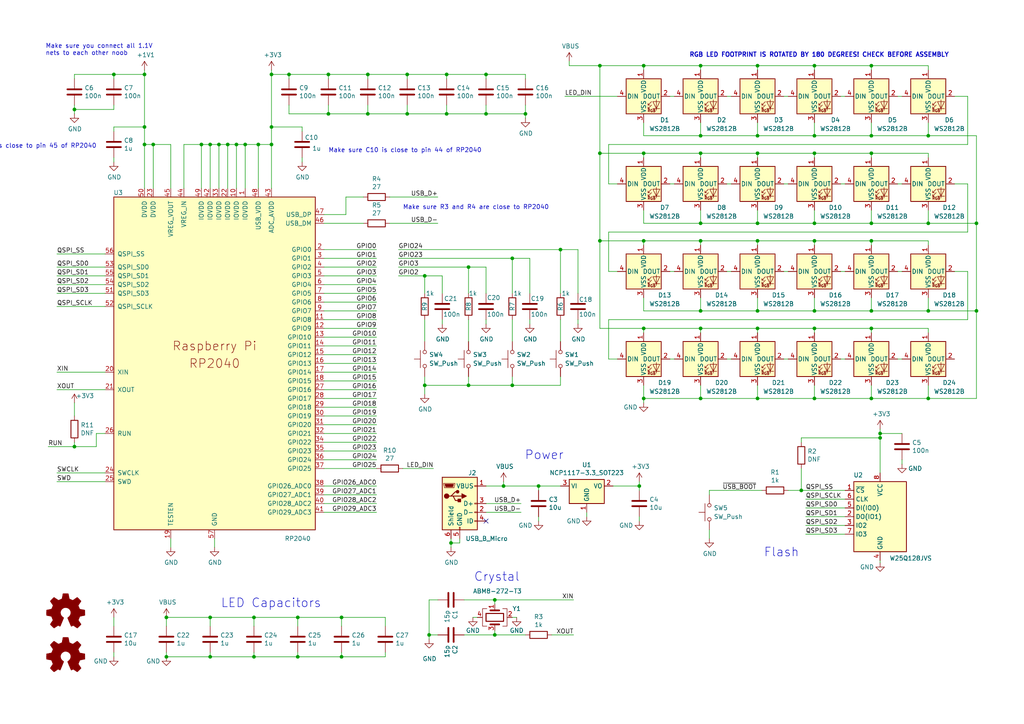
<source format=kicad_sch>
(kicad_sch (version 20231120) (generator "eeschema") (generator_version "8.0")
  (paper "A4")
  (lib_symbols
    (symbol "Connector:USB_B_Micro" (pin_names (offset 1.016))
      (property "Reference" "J" (at -5.08 11.43 0))
      (property "Value" "USB_B_Micro" (at -5.08 8.89 0))
      (symbol "USB_B_Micro_1_1"
        (pin power_out line (at 7.62 5.08 180) (length 2.54) (name "VBUS") (number "1"))
        (pin bidirectional line (at 7.62 -2.54 180) (length 2.54) (name "D-") (number "2"))
        (pin bidirectional line (at 7.62 0 180) (length 2.54) (name "D+") (number "3"))
        (pin passive line (at 7.62 -5.08 180) (length 2.54) (name "ID") (number "4"))
        (pin power_out line (at 0 -10.16 90) (length 2.54) (name "GND") (number "5"))
        (pin passive line (at -2.54 -10.16 90) (length 2.54) (name "Shield") (number "6"))
      )
    )
    (symbol "Device:C" (pin_numbers hide) (pin_names (offset 0.254))
      (property "Reference" "C" (at 0.635 2.54 0))
      (property "Value" "C" (at 0.635 -2.54 0))
      (symbol "C_1_1"
        (pin passive line (at 0 3.81 270) (length 2.794) (name "~") (number "1"))
        (pin passive line (at 0 -3.81 90) (length 2.794) (name "~") (number "2"))
      )
    )
    (symbol "Device:Crystal_GND24" (pin_names (offset 1.016) hide)
      (property "Reference" "Y" (at 3.175 5.08 0))
      (property "Value" "Crystal_GND24" (at 3.175 3.175 0))
      (symbol "Crystal_GND24_1_1"
        (pin passive line (at -3.81 0 0) (length 1.27) (name "1") (number "1"))
        (pin passive line (at 0 5.08 270) (length 1.27) (name "2") (number "2"))
        (pin passive line (at 3.81 0 180) (length 1.27) (name "3") (number "3"))
        (pin passive line (at 0 -5.08 90) (length 1.27) (name "4") (number "4"))
      )
    )
    (symbol "Device:R" (pin_numbers hide) (pin_names (offset 0))
      (property "Reference" "R" (at 2.032 0 90))
      (property "Value" "R" (at 0 0 90))
      (symbol "R_1_1"
        (pin passive line (at 0 3.81 270) (length 1.27) (name "~") (number "1"))
        (pin passive line (at 0 -3.81 90) (length 1.27) (name "~") (number "2"))
      )
    )
    (symbol "Graphic:Logo_Open_Hardware_Small" (in_bom no) (on_board no))
    (symbol "LED:WS2812B" (pin_names (offset 0.254))
      (property "Reference" "D" (at 5.08 5.715 0))
      (property "Value" "WS2812B" (at 1.27 -5.715 0))
      (symbol "WS2812B_0_0"
        (text "RGB" (at 2.286 -4.191 0) (effects (font (size 0.762 0.762))))
      )
      (symbol "WS2812B_1_1"
        (pin power_in line (at 0 7.62 270) (length 2.54) (name "VDD") (number "1"))
        (pin output line (at 7.62 0 180) (length 2.54) (name "DOUT") (number "2"))
        (pin power_in line (at 0 -7.62 90) (length 2.54) (name "VSS") (number "3"))
        (pin input line (at -7.62 0 0) (length 2.54) (name "DIN") (number "4"))
      )
    )
    (symbol "MCU_RaspberryPi_RP2040:RP2040" (pin_names (offset 1.016))
      (property "Reference" "U" (at -29.21 49.53 0))
      (property "Value" "RP2040" (at 24.13 -49.53 0))
      (symbol "RP2040_0_0"
        (text "Raspberry Pi" (at 0 5.08 0) (effects (font (size 2.54 2.54))))
        (text "RP2040" (at 0 0 0) (effects (font (size 2.54 2.54))))
      )
      (symbol "RP2040_1_1"
        (pin power_in line (at 8.89 50.8 270) (length 2.54) (name "IOVDD") (number "1"))
        (pin power_in line (at 6.35 50.8 270) (length 2.54) (name "IOVDD") (number "10"))
        (pin bidirectional line (at 31.75 12.7 180) (length 2.54) (name "GPIO8") (number "11"))
        (pin bidirectional line (at 31.75 10.16 180) (length 2.54) (name "GPIO9") (number "12"))
        (pin bidirectional line (at 31.75 7.62 180) (length 2.54) (name "GPIO10") (number "13"))
        (pin bidirectional line (at 31.75 5.08 180) (length 2.54) (name "GPIO11") (number "14"))
        (pin bidirectional line (at 31.75 2.54 180) (length 2.54) (name "GPIO12") (number "15"))
        (pin bidirectional line (at 31.75 0 180) (length 2.54) (name "GPIO13") (number "16"))
        (pin bidirectional line (at 31.75 -2.54 180) (length 2.54) (name "GPIO14") (number "17"))
        (pin bidirectional line (at 31.75 -5.08 180) (length 2.54) (name "GPIO15") (number "18"))
        (pin passive line (at -12.7 -50.8 90) (length 2.54) (name "TESTEN") (number "19"))
        (pin bidirectional line (at 31.75 33.02 180) (length 2.54) (name "GPIO0") (number "2"))
        (pin input line (at -31.75 -2.54 0) (length 2.54) (name "XIN") (number "20"))
        (pin passive line (at -31.75 -7.62 0) (length 2.54) (name "XOUT") (number "21"))
        (pin power_in line (at 3.81 50.8 270) (length 2.54) (name "IOVDD") (number "22"))
        (pin power_in line (at -17.78 50.8 270) (length 2.54) (name "DVDD") (number "23"))
        (pin output line (at -31.75 -31.75 0) (length 2.54) (name "SWCLK") (number "24"))
        (pin bidirectional line (at -31.75 -34.29 0) (length 2.54) (name "SWD") (number "25"))
        (pin input line (at -31.75 -20.32 0) (length 2.54) (name "RUN") (number "26"))
        (pin bidirectional line (at 31.75 -7.62 180) (length 2.54) (name "GPIO16") (number "27"))
        (pin bidirectional line (at 31.75 -10.16 180) (length 2.54) (name "GPIO17") (number "28"))
        (pin bidirectional line (at 31.75 -12.7 180) (length 2.54) (name "GPIO18") (number "29"))
        (pin bidirectional line (at 31.75 30.48 180) (length 2.54) (name "GPIO1") (number "3"))
        (pin bidirectional line (at 31.75 -15.24 180) (length 2.54) (name "GPIO19") (number "30"))
        (pin bidirectional line (at 31.75 -17.78 180) (length 2.54) (name "GPIO20") (number "31"))
        (pin bidirectional line (at 31.75 -20.32 180) (length 2.54) (name "GPIO21") (number "32"))
        (pin power_in line (at 1.27 50.8 270) (length 2.54) (name "IOVDD") (number "33"))
        (pin bidirectional line (at 31.75 -22.86 180) (length 2.54) (name "GPIO22") (number "34"))
        (pin bidirectional line (at 31.75 -25.4 180) (length 2.54) (name "GPIO23") (number "35"))
        (pin bidirectional line (at 31.75 -27.94 180) (length 2.54) (name "GPIO24") (number "36"))
        (pin bidirectional line (at 31.75 -30.48 180) (length 2.54) (name "GPIO25") (number "37"))
        (pin bidirectional line (at 31.75 -35.56 180) (length 2.54) (name "GPIO26_ADC0") (number "38"))
        (pin bidirectional line (at 31.75 -38.1 180) (length 2.54) (name "GPIO27_ADC1") (number "39"))
        (pin bidirectional line (at 31.75 27.94 180) (length 2.54) (name "GPIO2") (number "4"))
        (pin bidirectional line (at 31.75 -40.64 180) (length 2.54) (name "GPIO28_ADC2") (number "40"))
        (pin bidirectional line (at 31.75 -43.18 180) (length 2.54) (name "GPIO29_ADC3") (number "41"))
        (pin power_in line (at -1.27 50.8 270) (length 2.54) (name "IOVDD") (number "42"))
        (pin power_in line (at 16.51 50.8 270) (length 2.54) (name "ADC_AVDD") (number "43"))
        (pin power_in line (at -8.89 50.8 270) (length 2.54) (name "VREG_IN") (number "44"))
        (pin power_out line (at -12.7 50.8 270) (length 2.54) (name "VREG_VOUT") (number "45"))
        (pin bidirectional line (at 31.75 40.64 180) (length 2.54) (name "USB_DM") (number "46"))
        (pin bidirectional line (at 31.75 43.18 180) (length 2.54) (name "USB_DP") (number "47"))
        (pin power_in line (at 12.7 50.8 270) (length 2.54) (name "USB_VDD") (number "48"))
        (pin power_in line (at -3.81 50.8 270) (length 2.54) (name "IOVDD") (number "49"))
        (pin bidirectional line (at 31.75 25.4 180) (length 2.54) (name "GPIO3") (number "5"))
        (pin power_in line (at -20.32 50.8 270) (length 2.54) (name "DVDD") (number "50"))
        (pin bidirectional line (at -31.75 20.32 0) (length 2.54) (name "QSPI_SD3") (number "51"))
        (pin output line (at -31.75 16.51 0) (length 2.54) (name "QSPI_SCLK") (number "52"))
        (pin bidirectional line (at -31.75 27.94 0) (length 2.54) (name "QSPI_SD0") (number "53"))
        (pin bidirectional line (at -31.75 22.86 0) (length 2.54) (name "QSPI_SD2") (number "54"))
        (pin bidirectional line (at -31.75 25.4 0) (length 2.54) (name "QSPI_SD1") (number "55"))
        (pin bidirectional line (at -31.75 31.75 0) (length 2.54) (name "QSPI_SS") (number "56"))
        (pin power_in line (at 0 -50.8 90) (length 2.54) (name "GND") (number "57"))
        (pin bidirectional line (at 31.75 22.86 180) (length 2.54) (name "GPIO4") (number "6"))
        (pin bidirectional line (at 31.75 20.32 180) (length 2.54) (name "GPIO5") (number "7"))
        (pin bidirectional line (at 31.75 17.78 180) (length 2.54) (name "GPIO6") (number "8"))
        (pin bidirectional line (at 31.75 15.24 180) (length 2.54) (name "GPIO7") (number "9"))
      )
    )
    (symbol "Memory_Flash:W25Q128JVS"
      (property "Reference" "U" (at -8.89 8.89 0))
      (property "Value" "W25Q128JVS" (at 7.62 8.89 0))
      (symbol "W25Q128JVS_1_1"
        (pin input line (at -10.16 7.62 0) (length 2.54) (name "~{CS}") (number "1"))
        (pin bidirectional line (at -10.16 0 0) (length 2.54) (name "DO(IO1)") (number "2"))
        (pin bidirectional line (at -10.16 -2.54 0) (length 2.54) (name "IO2") (number "3"))
        (pin power_in line (at 0 -12.7 90) (length 2.54) (name "GND") (number "4"))
        (pin bidirectional line (at -10.16 2.54 0) (length 2.54) (name "DI(IO0)") (number "5"))
        (pin input line (at -10.16 5.08 0) (length 2.54) (name "CLK") (number "6"))
        (pin bidirectional line (at -10.16 -5.08 0) (length 2.54) (name "IO3") (number "7"))
        (pin power_in line (at 0 12.7 270) (length 2.54) (name "VCC") (number "8"))
      )
    )
    (symbol "Regulator_Linear:NCP1117-3.3_SOT223"
      (property "Reference" "U" (at -3.81 3.175 0))
      (property "Value" "NCP1117-3.3_SOT223" (at 0 3.175 0))
      (symbol "NCP1117-3.3_SOT223_1_1"
        (pin power_in line (at 0 -7.62 90) (length 2.54) (name "GND") (number "1"))
        (pin power_out line (at 7.62 0 180) (length 2.54) (name "VO") (number "2"))
        (pin power_in line (at -7.62 0 0) (length 2.54) (name "VI") (number "3"))
      )
    )
    (symbol "Switch:SW_Push" (pin_numbers hide) (pin_names (offset 1.016) hide)
      (property "Reference" "SW" (at 1.27 2.54 0))
      (property "Value" "SW_Push" (at 0 -1.524 0))
      (symbol "SW_Push_0_1"
        (pin passive line (at -5.08 0 0) (length 2.54) (name "1") (number "1"))
        (pin passive line (at 5.08 0 180) (length 2.54) (name "2") (number "2"))
      )
    )
    (symbol "power:+1V1" (power) (pin_names (offset 0))
      (property "Value" "+1V1" (at 0 3.556 0))
      (symbol "+1V1_1_1"
        (pin power_in line (at 0 0 90) (length 0) hide (name "+1V1") (number "1"))
      )
    )
    (symbol "power:+3V3" (power) (pin_names (offset 0))
      (property "Value" "+3V3" (at 0 3.556 0))
      (symbol "+3V3_1_1"
        (pin power_in line (at 0 0 90) (length 0) hide (name "+3V3") (number "1"))
      )
    )
    (symbol "power:GND" (power) (pin_names (offset 0))
      (property "Value" "GND" (at 0 -3.81 0))
      (symbol "GND_1_1"
        (pin power_in line (at 0 0 270) (length 0) hide (name "GND") (number "1"))
      )
    )
    (symbol "power:VBUS" (power) (pin_names (offset 0))
      (property "Value" "VBUS" (at 0 3.81 0))
      (symbol "VBUS_1_1"
        (pin power_in line (at 0 0 90) (length 0) hide (name "VBUS") (number "1"))
      )
    )
  )
  (junction (at 99.06 190.5))
  (junction (at 129.54 21.59))
  (junction (at 186.69 115.57))
  (junction (at 219.71 69.85))
  (junction (at 236.22 64.77))
  (junction (at 269.24 115.57))
  (junction (at 236.22 69.85))
  (junction (at 219.71 115.57))
  (junction (at 146.05 140.97))
  (junction (at 78.74 36.83))
  (junction (at 33.02 21.59))
  (junction (at 203.2 44.45))
  (junction (at 255.27 125.73))
  (junction (at 118.11 33.02))
  (junction (at 283.21 90.17))
  (junction (at 41.91 36.83))
  (junction (at 236.22 95.25))
  (junction (at 21.59 31.75))
  (junction (at 236.22 90.17))
  (junction (at 252.73 90.17))
  (junction (at 269.24 39.37))
  (junction (at 60.96 179.07))
  (junction (at 219.71 95.25))
  (junction (at 283.21 64.77))
  (junction (at 124.46 184.15))
  (junction (at 148.59 74.93))
  (junction (at 203.2 19.05))
  (junction (at 252.73 44.45))
  (junction (at 58.42 41.91))
  (junction (at 135.89 77.47))
  (junction (at 86.36 179.07))
  (junction (at 123.19 80.01))
  (junction (at 236.22 39.37))
  (junction (at 203.2 39.37))
  (junction (at 73.66 190.5))
  (junction (at 252.73 69.85))
  (junction (at 41.91 21.59))
  (junction (at 63.5 41.91))
  (junction (at 269.24 64.77))
  (junction (at 203.2 69.85))
  (junction (at 186.69 19.05))
  (junction (at 203.2 115.57))
  (junction (at 255.27 127))
  (junction (at 173.99 69.85))
  (junction (at 219.71 19.05))
  (junction (at 123.19 111.76))
  (junction (at 68.58 41.91))
  (junction (at 236.22 115.57))
  (junction (at 41.91 41.91))
  (junction (at 140.97 21.59))
  (junction (at 148.59 111.76))
  (junction (at 203.2 95.25))
  (junction (at 252.73 39.37))
  (junction (at 78.74 21.59))
  (junction (at 219.71 39.37))
  (junction (at 71.12 41.91))
  (junction (at 186.69 95.25))
  (junction (at 135.89 111.76))
  (junction (at 252.73 64.77))
  (junction (at 219.71 44.45))
  (junction (at 236.22 44.45))
  (junction (at 106.68 21.59))
  (junction (at 219.71 90.17))
  (junction (at 48.26 179.07))
  (junction (at 48.26 190.5))
  (junction (at 74.93 41.91))
  (junction (at 173.99 44.45))
  (junction (at 162.56 72.39))
  (junction (at 129.54 33.02))
  (junction (at 232.41 142.24))
  (junction (at 203.2 64.77))
  (junction (at 130.81 157.48))
  (junction (at 219.71 64.77))
  (junction (at 86.36 190.5))
  (junction (at 99.06 179.07))
  (junction (at 73.66 179.07))
  (junction (at 118.11 21.59))
  (junction (at 152.4 33.02))
  (junction (at 106.68 33.02))
  (junction (at 252.73 19.05))
  (junction (at 236.22 19.05))
  (junction (at 252.73 95.25))
  (junction (at 78.74 41.91))
  (junction (at 143.51 173.99))
  (junction (at 140.97 33.02))
  (junction (at 185.42 140.97))
  (junction (at 83.82 21.59))
  (junction (at 60.96 190.5))
  (junction (at 186.69 69.85))
  (junction (at 95.25 33.02))
  (junction (at 203.2 90.17))
  (junction (at 252.73 115.57))
  (junction (at 44.45 41.91))
  (junction (at 186.69 44.45))
  (junction (at 66.04 41.91))
  (junction (at 143.51 184.15))
  (junction (at 156.21 140.97))
  (junction (at 60.96 41.91))
  (junction (at 269.24 90.17))
  (junction (at 173.99 19.05))
  (junction (at 95.25 21.59))
  (junction (at 21.59 129.54))
  (no_connect (at 140.97 151.13))
  (wire (pts (xy 186.69 39.37) (xy 203.2 39.37)))
  (wire (pts (xy 60.96 179.07) (xy 73.66 179.07)))
  (wire (pts (xy 130.81 157.48) (xy 130.81 158.75)))
  (wire (pts (xy 283.21 90.17) (xy 283.21 115.57)))
  (wire (pts (xy 280.67 92.71) (xy 176.53 92.71)))
  (wire (pts (xy 106.68 21.59) (xy 118.11 21.59)))
  (wire (pts (xy 68.58 54.61) (xy 68.58 41.91)))
  (wire (pts (xy 44.45 54.61) (xy 44.45 41.91)))
  (wire (pts (xy 167.64 92.71) (xy 167.64 93.98)))
  (wire (pts (xy 148.59 111.76) (xy 162.56 111.76)))
  (wire (pts (xy 203.2 69.85) (xy 186.69 69.85)))
  (wire (pts (xy 140.97 85.09) (xy 140.97 77.47)))
  (wire (pts (xy 162.56 72.39) (xy 162.56 85.09)))
  (wire (pts (xy 135.89 109.22) (xy 135.89 111.76)))
  (wire (pts (xy 111.76 181.61) (xy 111.76 179.07)))
  (wire (pts (xy 73.66 179.07) (xy 73.66 181.61)))
  (wire (pts (xy 99.06 189.23) (xy 99.06 190.5)))
  (wire (pts (xy 252.73 95.25) (xy 252.73 96.52)))
  (wire (pts (xy 148.59 179.07) (xy 149.86 179.07)))
  (wire (pts (xy 245.11 152.4) (xy 233.68 152.4)))
  (wire (pts (xy 33.02 31.75) (xy 33.02 30.48)))
  (wire (pts (xy 130.81 156.21) (xy 130.81 157.48)))
  (wire (pts (xy 185.42 149.86) (xy 185.42 151.13)))
  (wire (pts (xy 219.71 111.76) (xy 219.71 115.57)))
  (wire (pts (xy 115.57 74.93) (xy 148.59 74.93)))
  (wire (pts (xy 176.53 53.34) (xy 179.07 53.34)))
  (wire (pts (xy 255.27 127) (xy 255.27 137.16)))
  (wire (pts (xy 186.69 44.45) (xy 186.69 45.72)))
  (wire (pts (xy 113.03 64.77) (xy 127 64.77)))
  (wire (pts (xy 260.35 27.94) (xy 261.62 27.94)))
  (wire (pts (xy 41.91 36.83) (xy 41.91 41.91)))
  (wire (pts (xy 276.86 78.74) (xy 280.67 78.74)))
  (wire (pts (xy 232.41 135.89) (xy 232.41 142.24)))
  (wire (pts (xy 219.71 44.45) (xy 219.71 45.72)))
  (wire (pts (xy 48.26 179.07) (xy 60.96 179.07)))
  (wire (pts (xy 100.33 57.15) (xy 105.41 57.15)))
  (wire (pts (xy 33.02 45.72) (xy 33.02 46.99)))
  (wire (pts (xy 33.02 38.1) (xy 33.02 36.83)))
  (wire (pts (xy 41.91 41.91) (xy 41.91 54.61)))
  (wire (pts (xy 269.24 44.45) (xy 252.73 44.45)))
  (wire (pts (xy 186.69 35.56) (xy 186.69 39.37)))
  (wire (pts (xy 78.74 36.83) (xy 78.74 41.91)))
  (wire (pts (xy 93.98 95.25) (xy 109.22 95.25)))
  (wire (pts (xy 33.02 179.07) (xy 33.02 181.61)))
  (wire (pts (xy 205.74 142.24) (xy 205.74 143.51)))
  (wire (pts (xy 186.69 69.85) (xy 186.69 71.12)))
  (wire (pts (xy 194.31 104.14) (xy 195.58 104.14)))
  (wire (pts (xy 66.04 41.91) (xy 68.58 41.91)))
  (wire (pts (xy 252.73 44.45) (xy 236.22 44.45)))
  (wire (pts (xy 162.56 109.22) (xy 162.56 111.76)))
  (wire (pts (xy 140.97 140.97) (xy 146.05 140.97)))
  (wire (pts (xy 73.66 190.5) (xy 86.36 190.5)))
  (wire (pts (xy 167.64 85.09) (xy 167.64 72.39)))
  (wire (pts (xy 203.2 35.56) (xy 203.2 39.37)))
  (wire (pts (xy 33.02 36.83) (xy 41.91 36.83)))
  (wire (pts (xy 162.56 92.71) (xy 162.56 99.06)))
  (wire (pts (xy 16.51 80.01) (xy 30.48 80.01)))
  (wire (pts (xy 236.22 111.76) (xy 236.22 115.57)))
  (wire (pts (xy 160.02 184.15) (xy 166.37 184.15)))
  (wire (pts (xy 236.22 44.45) (xy 219.71 44.45)))
  (wire (pts (xy 140.97 33.02) (xy 152.4 33.02)))
  (wire (pts (xy 156.21 142.24) (xy 156.21 140.97)))
  (wire (pts (xy 185.42 142.24) (xy 185.42 140.97)))
  (wire (pts (xy 93.98 72.39) (xy 109.22 72.39)))
  (wire (pts (xy 16.51 82.55) (xy 30.48 82.55)))
  (wire (pts (xy 21.59 31.75) (xy 33.02 31.75)))
  (wire (pts (xy 21.59 128.27) (xy 21.59 129.54)))
  (wire (pts (xy 186.69 95.25) (xy 186.69 96.52)))
  (wire (pts (xy 93.98 74.93) (xy 109.22 74.93)))
  (wire (pts (xy 280.67 53.34) (xy 280.67 67.31)))
  (wire (pts (xy 252.73 19.05) (xy 236.22 19.05)))
  (wire (pts (xy 252.73 44.45) (xy 252.73 45.72)))
  (wire (pts (xy 255.27 125.73) (xy 255.27 127)))
  (wire (pts (xy 261.62 133.35) (xy 261.62 134.62)))
  (wire (pts (xy 93.98 97.79) (xy 109.22 97.79)))
  (wire (pts (xy 21.59 129.54) (xy 13.97 129.54)))
  (wire (pts (xy 186.69 111.76) (xy 186.69 115.57)))
  (wire (pts (xy 93.98 146.05) (xy 109.22 146.05)))
  (wire (pts (xy 21.59 116.84) (xy 21.59 120.65)))
  (wire (pts (xy 260.35 78.74) (xy 261.62 78.74)))
  (wire (pts (xy 99.06 179.07) (xy 99.06 181.61)))
  (wire (pts (xy 21.59 22.86) (xy 21.59 21.59)))
  (wire (pts (xy 162.56 140.97) (xy 156.21 140.97)))
  (wire (pts (xy 232.41 127) (xy 255.27 127)))
  (wire (pts (xy 243.84 104.14) (xy 245.11 104.14)))
  (wire (pts (xy 118.11 22.86) (xy 118.11 21.59)))
  (wire (pts (xy 152.4 30.48) (xy 152.4 33.02)))
  (wire (pts (xy 74.93 54.61) (xy 74.93 41.91)))
  (wire (pts (xy 252.73 69.85) (xy 252.73 71.12)))
  (wire (pts (xy 60.96 54.61) (xy 60.96 41.91)))
  (wire (pts (xy 135.89 92.71) (xy 135.89 99.06)))
  (wire (pts (xy 78.74 20.32) (xy 78.74 21.59)))
  (wire (pts (xy 203.2 69.85) (xy 203.2 71.12)))
  (wire (pts (xy 129.54 22.86) (xy 129.54 21.59)))
  (wire (pts (xy 118.11 21.59) (xy 129.54 21.59)))
  (wire (pts (xy 87.63 45.72) (xy 87.63 46.99)))
  (wire (pts (xy 280.67 78.74) (xy 280.67 92.71)))
  (wire (pts (xy 115.57 77.47) (xy 135.89 77.47)))
  (wire (pts (xy 115.57 72.39) (xy 162.56 72.39)))
  (wire (pts (xy 219.71 95.25) (xy 219.71 96.52)))
  (wire (pts (xy 176.53 92.71) (xy 176.53 104.14)))
  (wire (pts (xy 140.97 21.59) (xy 152.4 21.59)))
  (wire (pts (xy 30.48 113.03) (xy 16.51 113.03)))
  (wire (pts (xy 236.22 60.96) (xy 236.22 64.77)))
  (wire (pts (xy 127 184.15) (xy 124.46 184.15)))
  (wire (pts (xy 60.96 189.23) (xy 60.96 190.5)))
  (wire (pts (xy 219.71 19.05) (xy 219.71 20.32)))
  (wire (pts (xy 78.74 21.59) (xy 83.82 21.59)))
  (wire (pts (xy 173.99 44.45) (xy 173.99 69.85)))
  (wire (pts (xy 233.68 144.78) (xy 245.11 144.78)))
  (wire (pts (xy 219.71 95.25) (xy 203.2 95.25)))
  (wire (pts (xy 236.22 19.05) (xy 236.22 20.32)))
  (wire (pts (xy 148.59 74.93) (xy 148.59 85.09)))
  (wire (pts (xy 93.98 125.73) (xy 109.22 125.73)))
  (wire (pts (xy 203.2 19.05) (xy 186.69 19.05)))
  (wire (pts (xy 93.98 77.47) (xy 109.22 77.47)))
  (wire (pts (xy 123.19 111.76) (xy 135.89 111.76)))
  (wire (pts (xy 269.24 64.77) (xy 283.21 64.77)))
  (wire (pts (xy 219.71 44.45) (xy 203.2 44.45)))
  (wire (pts (xy 93.98 115.57) (xy 109.22 115.57)))
  (wire (pts (xy 269.24 90.17) (xy 283.21 90.17)))
  (wire (pts (xy 95.25 33.02) (xy 83.82 33.02)))
  (wire (pts (xy 78.74 21.59) (xy 78.74 36.83)))
  (wire (pts (xy 269.24 45.72) (xy 269.24 44.45)))
  (wire (pts (xy 73.66 179.07) (xy 86.36 179.07)))
  (wire (pts (xy 269.24 19.05) (xy 252.73 19.05)))
  (wire (pts (xy 186.69 116.84) (xy 186.69 115.57)))
  (wire (pts (xy 86.36 179.07) (xy 86.36 181.61)))
  (wire (pts (xy 115.57 80.01) (xy 123.19 80.01)))
  (wire (pts (xy 99.06 190.5) (xy 111.76 190.5)))
  (wire (pts (xy 135.89 77.47) (xy 135.89 85.09)))
  (wire (pts (xy 153.67 74.93) (xy 148.59 74.93)))
  (wire (pts (xy 269.24 69.85) (xy 252.73 69.85)))
  (wire (pts (xy 60.96 179.07) (xy 60.96 181.61)))
  (wire (pts (xy 236.22 19.05) (xy 219.71 19.05)))
  (wire (pts (xy 186.69 90.17) (xy 203.2 90.17)))
  (wire (pts (xy 129.54 21.59) (xy 140.97 21.59)))
  (wire (pts (xy 133.35 156.21) (xy 133.35 157.48)))
  (wire (pts (xy 78.74 41.91) (xy 78.74 54.61)))
  (wire (pts (xy 62.23 156.21) (xy 62.23 158.75)))
  (wire (pts (xy 219.71 64.77) (xy 236.22 64.77)))
  (wire (pts (xy 44.45 41.91) (xy 41.91 41.91)))
  (wire (pts (xy 129.54 30.48) (xy 129.54 33.02)))
  (wire (pts (xy 219.71 90.17) (xy 236.22 90.17)))
  (wire (pts (xy 71.12 41.91) (xy 71.12 54.61)))
  (wire (pts (xy 95.25 30.48) (xy 95.25 33.02)))
  (wire (pts (xy 78.74 36.83) (xy 87.63 36.83)))
  (wire (pts (xy 95.25 22.86) (xy 95.25 21.59)))
  (wire (pts (xy 60.96 190.5) (xy 73.66 190.5)))
  (wire (pts (xy 269.24 95.25) (xy 252.73 95.25)))
  (wire (pts (xy 148.59 109.22) (xy 148.59 111.76)))
  (wire (pts (xy 252.73 39.37) (xy 269.24 39.37)))
  (wire (pts (xy 236.22 69.85) (xy 219.71 69.85)))
  (wire (pts (xy 245.11 149.86) (xy 233.68 149.86)))
  (wire (pts (xy 173.99 69.85) (xy 186.69 69.85)))
  (wire (pts (xy 203.2 90.17) (xy 219.71 90.17)))
  (wire (pts (xy 203.2 95.25) (xy 186.69 95.25)))
  (wire (pts (xy 255.27 163.195) (xy 255.27 162.56)))
  (wire (pts (xy 49.53 41.91) (xy 44.45 41.91)))
  (wire (pts (xy 106.68 22.86) (xy 106.68 21.59)))
  (wire (pts (xy 140.97 22.86) (xy 140.97 21.59)))
  (wire (pts (xy 203.2 86.36) (xy 203.2 90.17)))
  (wire (pts (xy 173.99 44.45) (xy 186.69 44.45)))
  (wire (pts (xy 252.73 35.56) (xy 252.73 39.37)))
  (wire (pts (xy 63.5 41.91) (xy 66.04 41.91)))
  (wire (pts (xy 219.71 115.57) (xy 236.22 115.57)))
  (wire (pts (xy 153.67 92.71) (xy 153.67 93.98)))
  (wire (pts (xy 203.2 64.77) (xy 219.71 64.77)))
  (wire (pts (xy 58.42 54.61) (xy 58.42 41.91)))
  (wire (pts (xy 185.42 140.97) (xy 185.42 139.7)))
  (wire (pts (xy 269.24 39.37) (xy 283.21 39.37)))
  (wire (pts (xy 30.48 139.7) (xy 16.51 139.7)))
  (wire (pts (xy 16.51 85.09) (xy 30.48 85.09)))
  (wire (pts (xy 127 173.99) (xy 124.46 173.99)))
  (wire (pts (xy 33.02 189.23) (xy 33.02 190.5)))
  (wire (pts (xy 236.22 64.77) (xy 252.73 64.77)))
  (wire (pts (xy 186.69 115.57) (xy 203.2 115.57)))
  (wire (pts (xy 203.2 60.96) (xy 203.2 64.77)))
  (wire (pts (xy 83.82 22.86) (xy 83.82 21.59)))
  (wire (pts (xy 83.82 21.59) (xy 95.25 21.59)))
  (wire (pts (xy 163.83 27.94) (xy 179.07 27.94)))
  (wire (pts (xy 143.51 173.99) (xy 166.37 173.99)))
  (wire (pts (xy 93.98 62.23) (xy 100.33 62.23)))
  (wire (pts (xy 280.67 27.94) (xy 280.67 41.91)))
  (wire (pts (xy 203.2 39.37) (xy 219.71 39.37)))
  (wire (pts (xy 27.94 125.73) (xy 30.48 125.73)))
  (wire (pts (xy 93.98 92.71) (xy 109.22 92.71)))
  (wire (pts (xy 48.26 190.5) (xy 60.96 190.5)))
  (wire (pts (xy 245.11 154.94) (xy 233.68 154.94)))
  (wire (pts (xy 236.22 86.36) (xy 236.22 90.17)))
  (wire (pts (xy 269.24 90.17) (xy 269.24 86.36)))
  (wire (pts (xy 140.97 146.05) (xy 151.13 146.05)))
  (wire (pts (xy 63.5 54.61) (xy 63.5 41.91)))
  (wire (pts (xy 133.35 157.48) (xy 130.81 157.48)))
  (wire (pts (xy 140.97 30.48) (xy 140.97 33.02)))
  (wire (pts (xy 93.98 100.33) (xy 109.22 100.33)))
  (wire (pts (xy 123.19 92.71) (xy 123.19 99.06)))
  (wire (pts (xy 21.59 21.59) (xy 33.02 21.59)))
  (wire (pts (xy 219.71 19.05) (xy 203.2 19.05)))
  (wire (pts (xy 93.98 107.95) (xy 109.22 107.95)))
  (wire (pts (xy 118.11 30.48) (xy 118.11 33.02)))
  (wire (pts (xy 243.84 53.34) (xy 245.11 53.34)))
  (wire (pts (xy 236.22 95.25) (xy 219.71 95.25)))
  (wire (pts (xy 140.97 148.59) (xy 151.13 148.59)))
  (wire (pts (xy 165.1 17.78) (xy 165.1 19.05)))
  (wire (pts (xy 203.2 111.76) (xy 203.2 115.57)))
  (wire (pts (xy 93.98 105.41) (xy 109.22 105.41)))
  (wire (pts (xy 71.12 41.91) (xy 74.93 41.91)))
  (wire (pts (xy 128.27 85.09) (xy 128.27 80.01)))
  (wire (pts (xy 252.73 90.17) (xy 269.24 90.17)))
  (wire (pts (xy 27.94 129.54) (xy 21.59 129.54)))
  (wire (pts (xy 245.11 147.32) (xy 233.68 147.32)))
  (wire (pts (xy 236.22 35.56) (xy 236.22 39.37)))
  (wire (pts (xy 106.68 33.02) (xy 95.25 33.02)))
  (wire (pts (xy 21.59 31.75) (xy 21.59 33.02)))
  (wire (pts (xy 143.51 184.15) (xy 152.4 184.15)))
  (wire (pts (xy 113.03 57.15) (xy 127 57.15)))
  (wire (pts (xy 93.98 64.77) (xy 105.41 64.77)))
  (wire (pts (xy 16.51 77.47) (xy 30.48 77.47)))
  (wire (pts (xy 176.53 104.14) (xy 179.07 104.14)))
  (wire (pts (xy 210.82 27.94) (xy 212.09 27.94)))
  (wire (pts (xy 219.71 35.56) (xy 219.71 39.37)))
  (wire (pts (xy 73.66 189.23) (xy 73.66 190.5)))
  (wire (pts (xy 93.98 118.11) (xy 109.22 118.11)))
  (wire (pts (xy 227.33 27.94) (xy 228.6 27.94)))
  (wire (pts (xy 252.73 60.96) (xy 252.73 64.77)))
  (wire (pts (xy 143.51 175.26) (xy 143.51 173.99)))
  (wire (pts (xy 106.68 30.48) (xy 106.68 33.02)))
  (wire (pts (xy 176.53 41.91) (xy 176.53 53.34)))
  (wire (pts (xy 176.53 67.31) (xy 176.53 78.74)))
  (wire (pts (xy 93.98 90.17) (xy 109.22 90.17)))
  (wire (pts (xy 48.26 189.23) (xy 48.26 190.5)))
  (wire (pts (xy 236.22 69.85) (xy 236.22 71.12)))
  (wire (pts (xy 236.22 95.25) (xy 236.22 96.52)))
  (wire (pts (xy 194.31 78.74) (xy 195.58 78.74)))
  (wire (pts (xy 186.69 64.77) (xy 203.2 64.77)))
  (wire (pts (xy 173.99 19.05) (xy 186.69 19.05)))
  (wire (pts (xy 269.24 96.52) (xy 269.24 95.25)))
  (wire (pts (xy 68.58 41.91) (xy 71.12 41.91)))
  (wire (pts (xy 93.98 110.49) (xy 109.22 110.49)))
  (wire (pts (xy 261.62 125.73) (xy 255.27 125.73)))
  (wire (pts (xy 16.51 107.95) (xy 30.48 107.95)))
  (wire (pts (xy 252.73 115.57) (xy 269.24 115.57)))
  (wire (pts (xy 243.84 78.74) (xy 245.11 78.74)))
  (wire (pts (xy 210.82 53.34) (xy 212.09 53.34)))
  (wire (pts (xy 48.26 179.07) (xy 48.26 181.61)))
  (wire (pts (xy 165.1 19.05) (xy 173.99 19.05)))
  (wire (pts (xy 243.84 27.94) (xy 245.11 27.94)))
  (wire (pts (xy 173.99 95.25) (xy 186.69 95.25)))
  (wire (pts (xy 269.24 39.37) (xy 269.24 35.56)))
  (wire (pts (xy 269.24 71.12) (xy 269.24 69.85)))
  (wire (pts (xy 140.97 33.02) (xy 129.54 33.02)))
  (wire (pts (xy 203.2 19.05) (xy 203.2 20.32)))
  (wire (pts (xy 152.4 33.02) (xy 152.4 34.29)))
  (wire (pts (xy 236.22 39.37) (xy 252.73 39.37)))
  (wire (pts (xy 124.46 173.99) (xy 124.46 184.15)))
  (wire (pts (xy 203.2 44.45) (xy 203.2 45.72)))
  (wire (pts (xy 30.48 73.66) (xy 16.51 73.66)))
  (wire (pts (xy 276.86 27.94) (xy 280.67 27.94)))
  (wire (pts (xy 283.21 39.37) (xy 283.21 64.77)))
  (wire (pts (xy 283.21 64.77) (xy 283.21 90.17)))
  (wire (pts (xy 227.33 78.74) (xy 228.6 78.74)))
  (wire (pts (xy 170.18 148.59) (xy 170.18 149.86)))
  (wire (pts (xy 148.59 92.71) (xy 148.59 99.06)))
  (wire (pts (xy 21.59 30.48) (xy 21.59 31.75)))
  (wire (pts (xy 146.05 140.97) (xy 156.21 140.97)))
  (wire (pts (xy 33.02 22.86) (xy 33.02 21.59)))
  (wire (pts (xy 219.71 69.85) (xy 203.2 69.85)))
  (wire (pts (xy 260.35 104.14) (xy 261.62 104.14)))
  (wire (pts (xy 99.06 179.07) (xy 111.76 179.07)))
  (wire (pts (xy 93.98 80.01) (xy 109.22 80.01)))
  (wire (pts (xy 134.62 184.15) (xy 143.51 184.15)))
  (wire (pts (xy 227.33 53.34) (xy 228.6 53.34)))
  (wire (pts (xy 116.84 135.89) (xy 125.73 135.89)))
  (wire (pts (xy 118.11 33.02) (xy 106.68 33.02)))
  (wire (pts (xy 203.2 115.57) (xy 219.71 115.57)))
  (wire (pts (xy 269.24 64.77) (xy 269.24 60.96)))
  (wire (pts (xy 228.6 142.24) (xy 232.41 142.24)))
  (wire (pts (xy 203.2 95.25) (xy 203.2 96.52)))
  (wire (pts (xy 276.86 53.34) (xy 280.67 53.34)))
  (wire (pts (xy 66.04 54.61) (xy 66.04 41.91)))
  (wire (pts (xy 87.63 38.1) (xy 87.63 36.83)))
  (wire (pts (xy 236.22 90.17) (xy 252.73 90.17)))
  (wire (pts (xy 156.21 149.86) (xy 156.21 151.13)))
  (wire (pts (xy 143.51 182.88) (xy 143.51 184.15)))
  (wire (pts (xy 173.99 69.85) (xy 173.99 95.25)))
  (wire (pts (xy 93.98 120.65) (xy 109.22 120.65)))
  (wire (pts (xy 219.71 60.96) (xy 219.71 64.77)))
  (wire (pts (xy 27.94 129.54) (xy 27.94 125.73)))
  (wire (pts (xy 128.27 80.01) (xy 123.19 80.01)))
  (wire (pts (xy 58.42 41.91) (xy 60.96 41.91)))
  (wire (pts (xy 60.96 41.91) (xy 63.5 41.91)))
  (wire (pts (xy 41.91 21.59) (xy 41.91 36.83)))
  (wire (pts (xy 173.99 19.05) (xy 173.99 44.45)))
  (wire (pts (xy 53.34 41.91) (xy 58.42 41.91)))
  (wire (pts (xy 93.98 113.03) (xy 109.22 113.03)))
  (wire (pts (xy 186.69 86.36) (xy 186.69 90.17)))
  (wire (pts (xy 252.73 111.76) (xy 252.73 115.57)))
  (wire (pts (xy 205.74 153.67) (xy 205.74 156.21)))
  (wire (pts (xy 205.74 142.24) (xy 220.98 142.24)))
  (wire (pts (xy 30.48 137.16) (xy 16.51 137.16)))
  (wire (pts (xy 194.31 53.34) (xy 195.58 53.34)))
  (wire (pts (xy 260.35 53.34) (xy 261.62 53.34)))
  (wire (pts (xy 49.53 54.61) (xy 49.53 41.91)))
  (wire (pts (xy 93.98 128.27) (xy 109.22 128.27)))
  (wire (pts (xy 186.69 60.96) (xy 186.69 64.77)))
  (wire (pts (xy 219.71 39.37) (xy 236.22 39.37)))
  (wire (pts (xy 176.53 78.74) (xy 179.07 78.74)))
  (wire (pts (xy 124.46 184.15) (xy 124.46 185.42)))
  (wire (pts (xy 140.97 92.71) (xy 140.97 93.98)))
  (wire (pts (xy 232.41 128.27) (xy 232.41 127)))
  (wire (pts (xy 227.33 104.14) (xy 228.6 104.14)))
  (wire (pts (xy 283.21 115.57) (xy 269.24 115.57)))
  (wire (pts (xy 177.8 140.97) (xy 185.42 140.97)))
  (wire (pts (xy 123.19 109.22) (xy 123.19 111.76)))
  (wire (pts (xy 280.67 41.91) (xy 176.53 41.91)))
  (wire (pts (xy 129.54 33.02) (xy 118.11 33.02)))
  (wire (pts (xy 153.67 85.09) (xy 153.67 74.93)))
  (wire (pts (xy 252.73 64.77) (xy 269.24 64.77)))
  (wire (pts (xy 30.48 88.9) (xy 16.51 88.9)))
  (wire (pts (xy 232.41 142.24) (xy 245.11 142.24)))
  (wire (pts (xy 93.98 133.35) (xy 109.22 133.35)))
  (wire (pts (xy 137.16 179.07) (xy 138.43 179.07)))
  (wire (pts (xy 167.64 72.39) (xy 162.56 72.39)))
  (wire (pts (xy 93.98 82.55) (xy 109.22 82.55)))
  (wire (pts (xy 95.25 21.59) (xy 106.68 21.59)))
  (wire (pts (xy 203.2 44.45) (xy 186.69 44.45)))
  (wire (pts (xy 135.89 111.76) (xy 148.59 111.76)))
  (wire (pts (xy 134.62 173.99) (xy 143.51 173.99)))
  (wire (pts (xy 93.98 102.87) (xy 109.22 102.87)))
  (wire (pts (xy 252.73 19.05) (xy 252.73 20.32)))
  (wire (pts (xy 93.98 87.63) (xy 109.22 87.63)))
  (wire (pts (xy 53.34 54.61) (xy 53.34 41.91)))
  (wire (pts (xy 93.98 135.89) (xy 109.22 135.89)))
  (wire (pts (xy 93.98 143.51) (xy 109.22 143.51)))
  (wire (pts (xy 252.73 69.85) (xy 236.22 69.85)))
  (wire (pts (xy 111.76 189.23) (xy 111.76 190.5)))
  (wire (pts (xy 83.82 30.48) (xy 83.82 33.02)))
  (wire (pts (xy 86.36 189.23) (xy 86.36 190.5)))
  (wire (pts (xy 93.98 85.09) (xy 109.22 85.09)))
  (wire (pts (xy 86.36 179.07) (xy 99.06 179.07)))
  (wire (pts (xy 86.36 190.5) (xy 99.06 190.5)))
  (wire (pts (xy 93.98 123.19) (xy 109.22 123.19)))
  (wire (pts (xy 219.71 69.85) (xy 219.71 71.12)))
  (wire (pts (xy 236.22 44.45) (xy 236.22 45.72)))
  (wire (pts (xy 255.27 124.46) (xy 255.27 125.73)))
  (wire (pts (xy 123.19 111.76) (xy 123.19 114.3)))
  (wire (pts (xy 210.82 104.14) (xy 212.09 104.14)))
  (wire (pts (xy 219.71 86.36) (xy 219.71 90.17)))
  (wire (pts (xy 74.93 41.91) (xy 78.74 41.91)))
  (wire (pts (xy 100.33 57.15) (xy 100.33 62.23)))
  (wire (pts (xy 236.22 115.57) (xy 252.73 115.57)))
  (wire (pts (xy 269.24 20.32) (xy 269.24 19.05)))
  (wire (pts (xy 128.27 92.71) (xy 128.27 93.98)))
  (wire (pts (xy 186.69 19.05) (xy 186.69 20.32)))
  (wire (pts (xy 210.82 78.74) (xy 212.09 78.74)))
  (wire (pts (xy 252.73 86.36) (xy 252.73 90.17)))
  (wire (pts (xy 93.98 140.97) (xy 109.22 140.97)))
  (wire (pts (xy 49.53 156.21) (xy 49.53 158.75)))
  (wire (pts (xy 269.24 115.57) (xy 269.24 111.76)))
  (wire (pts (xy 93.98 148.59) (xy 109.22 148.59)))
  (wire (pts (xy 140.97 77.47) (xy 135.89 77.47)))
  (wire (pts (xy 123.19 80.01) (xy 123.19 85.09)))
  (wire (pts (xy 252.73 95.25) (xy 236.22 95.25)))
  (wire (pts (xy 93.98 130.81) (xy 109.22 130.81)))
  (wire (pts (xy 146.05 139.7) (xy 146.05 140.97)))
  (wire (pts (xy 41.91 20.32) (xy 41.91 21.59)))
  (wire (pts (xy 280.67 67.31) (xy 176.53 67.31)))
  (wire (pts (xy 152.4 22.86) (xy 152.4 21.59)))
  (wire (pts (xy 194.31 27.94) (xy 195.58 27.94)))
  (wire (pts (xy 33.02 21.59) (xy 41.91 21.59)))
  (text "Make sure C8 is close to pin 45 of RP2040" (at -15.24 43.18 0) (effects (font (size 1.27 1.27)) (justify left bottom)))
  (text "Flash" (at 221.488 161.798 0) (effects (font (size 2.54 2.54)) (justify left bottom)))
  (text "Power" (at 152.146 133.604 0) (effects (font (size 2.54 2.54)) (justify left bottom)))
  (text "Crystal" (at 137.414 168.91 0) (effects (font (size 2.54 2.54)) (justify left bottom)))
  (text "Make sure you connect all 1.1V\nnets to each other noob" (at 13.208 16.256 0) (effects (font (size 1.27 1.27)) (justify left bottom)))
  (text "Make sure R3 and R4 are close to RP2040" (at 116.84 60.96 0) (effects (font (size 1.27 1.27)) (justify left bottom)))
  (text "Make sure C10 is close to pin 44 of RP2040" (at 95.25 44.45 0) (effects (font (size 1.27 1.27)) (justify left bottom)))
  (text "LED Capacitors" (at 64.008 176.53 0) (effects (font (size 2.54 2.54)) (justify left bottom)))
  (text "RGB LED FOOTPRINT IS ROTATED BY 180 DEGREES! CHECK BEFORE ASSEMBLY" (at 199.898 16.764 0) (effects (font (size 1.27 1.27) (thickness 0.254) (bold yes)) (justify left bottom)))
  (label "GPIO6" (at 109.22 87.63 180))
  (label "GPIO1" (at 109.22 74.93 180))
  (label "QSPI_SD3" (at 233.68 154.94 0))
  (label "LED_DIN" (at 125.73 135.89 180))
  (label "QSPI_SD1" (at 233.68 149.86 0))
  (label "LED_DIN" (at 163.83 27.94 0))
  (label "GPIO9" (at 109.22 95.25 180))
  (label "QSPI_SS" (at 233.68 142.24 0))
  (label "GPIO17" (at 109.22 115.57 180))
  (label "USB_D+" (at 151.13 146.05 180))
  (label "GPIO3" (at 109.22 80.01 180))
  (label "GPIO4" (at 109.22 82.55 180))
  (label "GPIO18" (at 109.22 118.11 180))
  (label "GPIO21" (at 109.22 125.73 180))
  (label "~{USB_BOOT}" (at 209.55 142.24 0))
  (label "QSPI_SS" (at 16.51 73.66 0))
  (label "GPIO3" (at 115.57 77.47 0))
  (label "GPIO19" (at 109.22 120.65 180))
  (label "GPIO16" (at 109.22 113.03 180))
  (label "QSPI_SD0" (at 233.68 147.32 0))
  (label "GPIO22" (at 109.22 128.27 180))
  (label "QSPI_SD3" (at 16.51 85.09 0))
  (label "SWCLK" (at 16.51 137.16 0))
  (label "GPIO0" (at 109.22 72.39 180))
  (label "XOUT" (at 166.37 184.15 180))
  (label "GPIO13" (at 109.22 105.41 180))
  (label "GPIO8" (at 109.22 92.71 180))
  (label "XIN" (at 166.37 173.99 180))
  (label "GPIO29_ADC3" (at 109.22 148.59 180))
  (label "GPIO15" (at 109.22 110.49 180))
  (label "GPIO26_ADC0" (at 109.22 140.97 180))
  (label "USB_D-" (at 127 64.77 180))
  (label "RUN" (at 13.97 129.54 0))
  (label "GPIO28_ADC2" (at 109.22 146.05 180))
  (label "GPIO23" (at 115.57 74.93 0))
  (label "GPIO27_ADC1" (at 109.22 143.51 180))
  (label "GPIO10" (at 109.22 97.79 180))
  (label "QSPI_SD2" (at 233.68 152.4 0))
  (label "GPIO5" (at 109.22 85.09 180))
  (label "XOUT" (at 16.51 113.03 0))
  (label "GPIO7" (at 109.22 90.17 180))
  (label "USB_D+" (at 127 57.15 180))
  (label "GPIO24" (at 115.57 72.39 0))
  (label "QSPI_SCLK" (at 233.68 144.78 0))
  (label "QSPI_SD0" (at 16.51 77.47 0))
  (label "XIN" (at 16.51 107.95 0))
  (label "GPIO25" (at 109.22 135.89 180))
  (label "SWD" (at 16.51 139.7 0))
  (label "QSPI_SD2" (at 16.51 82.55 0))
  (label "QSPI_SD1" (at 16.51 80.01 0))
  (label "GPIO2" (at 115.57 80.01 0))
  (label "GPIO12" (at 109.22 102.87 180))
  (label "GPIO11" (at 109.22 100.33 180))
  (label "GPIO14" (at 109.22 107.95 180))
  (label "GPIO20" (at 109.22 123.19 180))
  (label "USB_D-" (at 151.13 148.59 180))
  (label "GPIO2" (at 109.22 77.47 180))
  (label "GPIO24" (at 109.22 133.35 180))
  (label "GPIO23" (at 109.22 130.81 180))
  (label "QSPI_SCLK" (at 16.51 88.9 0))
  (symbol (lib_id "Device:C") (at 156.21 146.05 0) (unit 1)
    (property "Reference" "C3" (at 159.131 144.8816 0) (effects (justify left)))
    (property "Value" "10u" (at 159.131 147.193 0) (effects (justify left)))
    (property "Footprint" "Capacitor_SMD:C_0805_2012Metric" (effects (hide yes)))
    (property "Part Number" "CL21A106KOQNNNE " (effects (hide yes)))
  )
  (symbol (lib_id "Device:R") (at 162.56 88.9 0) (unit 1)
    (property "Reference" "R6" (at 162.56 88.9 90))
    (property "Value" "1k" (at 164.084 85.09 0))
    (property "Footprint" "Resistor_SMD:R_0402_1005Metric" (effects (hide yes)))
    (property "Part Number" "ERJ-2RKF1001X " (effects (hide yes)))
  )
  (symbol (lib_id "Device:C") (at 87.63 41.91 0) (unit 1)
    (property "Reference" "C10" (at 88.392 39.878 0) (effects (justify left)))
    (property "Value" "1u" (at 90.551 43.053 0) (effects (justify left)))
    (property "Footprint" "Capacitor_SMD:C_0402_1005Metric" (effects (hide yes)))
    (property "Part Number" "CL05A105KO5NNNC " (effects (hide yes)))
  )
  (symbol (lib_id "Device:C") (at 60.96 185.42 0) (unit 1)
    (property "Reference" "C23" (at 63.881 184.2516 0) (effects (justify left)))
    (property "Value" "1u" (at 63.881 186.563 0) (effects (justify left)))
    (property "Footprint" "Capacitor_SMD:C_0402_1005Metric" (effects (hide yes)))
    (property "Part Number" "CL05A105KO5NNNC " (effects (hide yes)))
  )
  (symbol (lib_id "Device:C") (at 140.97 26.67 0) (unit 1)
    (property "Reference" "C15" (at 143.891 25.5016 0) (effects (justify left)))
    (property "Value" "100n" (at 143.891 27.813 0) (effects (justify left)))
    (property "Footprint" "Capacitor_SMD:C_0402_1005Metric" (effects (hide yes)))
    (property "Part Number" "GRM155R71C104KA88J " (effects (hide yes)))
  )
  (symbol (lib_id "Device:R") (at 21.59 124.46 0) (unit 1)
    (property "Reference" "R11" (at 23.368 123.2916 0) (effects (justify left)))
    (property "Value" "DNF" (at 23.368 125.603 0) (effects (justify left)))
    (property "Footprint" "Resistor_SMD:R_0402_1005Metric" (effects (hide yes)))
    (property "Part Number" "DNI" (effects (hide yes)))
  )
  (symbol (lib_id "power:GND") (at 21.59 33.02 0) (unit 1)
    (property "Reference" "#PWR014" (effects (hide yes)))
    (property "Value" "GND" (at 21.717 37.4142 0))
  )
  (symbol (lib_id "Device:C") (at 106.68 26.67 0) (unit 1)
    (property "Reference" "C12" (at 109.601 25.5016 0) (effects (justify left)))
    (property "Value" "100n" (at 109.601 27.813 0) (effects (justify left)))
    (property "Footprint" "Capacitor_SMD:C_0402_1005Metric" (effects (hide yes)))
    (property "Part Number" "GRM155R71C104KA88J " (effects (hide yes)))
  )
  (symbol (lib_id "power:GND") (at 261.62 134.62 0) (unit 1)
    (property "Reference" "#PWR013" (effects (hide yes)))
    (property "Value" "GND" (at 265.43 135.89 0))
  )
  (symbol (lib_id "Device:C") (at 86.36 185.42 0) (unit 1)
    (property "Reference" "C25" (at 89.281 184.2516 0) (effects (justify left)))
    (property "Value" "1u" (at 89.281 186.563 0) (effects (justify left)))
    (property "Footprint" "Capacitor_SMD:C_0402_1005Metric" (effects (hide yes)))
    (property "Part Number" "CL05A105KO5NNNC " (effects (hide yes)))
  )
  (symbol (lib_id "power:GND") (at 87.63 46.99 0) (unit 1)
    (property "Reference" "#PWR020" (effects (hide yes)))
    (property "Value" "GND" (at 87.757 51.3842 0))
  )
  (symbol (lib_id "LED:WS2812B") (at 269.24 27.94 0) (unit 1)
    (property "Reference" "D6" (at 275.336 34.798 0))
    (property "Value" "WS2812B" (at 275.336 37.338 0))
    (property "Footprint" "LED_SMD:LED_WS2812B_PLCC4_5.0x5.0mm_P3.2mm" (effects (hide yes)))
    (property "Datasheet" "https://cdn-shop.adafruit.com/datasheets/WS2812B.pdf" (effects (hide yes)))
    (property "Description" "RGB LED with integrated controller" (effects (hide yes)))
    (property "Part Number" "SKC6812RV" (effects (hide yes)))
  )
  (symbol (lib_id "power:GND") (at 156.21 151.13 0) (unit 1)
    (property "Reference" "#PWR05" (effects (hide yes)))
    (property "Value" "GND" (at 152.4 152.4 0))
  )
  (symbol (lib_id "power:GND") (at 205.74 156.21 0) (unit 1)
    (property "Reference" "#PWR02" (effects (hide yes)))
    (property "Value" "GND" (at 205.867 160.6042 0))
  )
  (symbol (lib_id "Device:R") (at 156.21 184.15 270) (unit 1)
    (property "Reference" "R3" (at 156.21 178.8922 90))
    (property "Value" "1k" (at 156.21 181.2036 90))
    (property "Footprint" "Resistor_SMD:R_0402_1005Metric" (effects (hide yes)))
    (property "Part Number" "ERJ-2RKF1001X " (effects (hide yes)))
  )
  (symbol (lib_id "LED:WS2812B") (at 252.73 27.94 0) (unit 1)
    (property "Reference" "D5" (at 258.826 34.798 0))
    (property "Value" "WS2812B" (at 258.826 37.338 0))
    (property "Footprint" "LED_SMD:LED_WS2812B_PLCC4_5.0x5.0mm_P3.2mm" (effects (hide yes)))
    (property "Datasheet" "https://cdn-shop.adafruit.com/datasheets/WS2812B.pdf" (effects (hide yes)))
    (property "Description" "RGB LED with integrated controller" (effects (hide yes)))
    (property "Part Number" "SKC6812RV" (effects (hide yes)))
  )
  (symbol (lib_id "LED:WS2812B") (at 269.24 53.34 0) (unit 1)
    (property "Reference" "D12" (at 275.336 60.198 0))
    (property "Value" "WS2812B" (at 275.336 62.738 0))
    (property "Footprint" "LED_SMD:LED_WS2812B_PLCC4_5.0x5.0mm_P3.2mm" (effects (hide yes)))
    (property "Datasheet" "https://cdn-shop.adafruit.com/datasheets/WS2812B.pdf" (effects (hide yes)))
    (property "Description" "RGB LED with integrated controller" (effects (hide yes)))
    (property "Part Number" "SKC6812RV" (effects (hide yes)))
  )
  (symbol (lib_id "power:GND") (at 255.27 163.195 0) (unit 1)
    (property "Reference" "#PWR012" (effects (hide yes)))
    (property "Value" "GND" (at 251.46 164.465 0))
  )
  (symbol (lib_id "power:GND") (at 123.19 114.3 0) (unit 1)
    (property "Reference" "#PWR022" (effects (hide yes)))
    (property "Value" "GND" (at 123.317 118.6942 0))
  )
  (symbol (lib_id "power:+1V1") (at 41.91 20.32 0) (unit 1)
    (property "Reference" "#PWR016" (effects (hide yes)))
    (property "Value" "+1V1" (at 42.291 15.9258 0))
  )
  (symbol (lib_id "LED:WS2812B") (at 236.22 27.94 0) (unit 1)
    (property "Reference" "D4" (at 242.316 34.798 0))
    (property "Value" "WS2812B" (at 242.316 37.338 0))
    (property "Footprint" "LED_SMD:LED_WS2812B_PLCC4_5.0x5.0mm_P3.2mm" (effects (hide yes)))
    (property "Datasheet" "https://cdn-shop.adafruit.com/datasheets/WS2812B.pdf" (effects (hide yes)))
    (property "Description" "RGB LED with integrated controller" (effects (hide yes)))
    (property "Part Number" "SKC6812RV" (effects (hide yes)))
  )
  (symbol (lib_id "power:+3V3") (at 255.27 124.46 0) (unit 1)
    (property "Reference" "#PWR011" (effects (hide yes)))
    (property "Value" "+3V3" (at 255.651 120.0658 0))
  )
  (symbol (lib_id "power:GND") (at 62.23 158.75 0) (unit 1)
    (property "Reference" "#PWR018" (effects (hide yes)))
    (property "Value" "GND" (at 62.357 163.1442 0))
  )
  (symbol (lib_id "LED:WS2812B") (at 252.73 78.74 0) (unit 1)
    (property "Reference" "D17" (at 258.826 85.598 0))
    (property "Value" "WS2812B" (at 258.826 88.138 0))
    (property "Footprint" "LED_SMD:LED_WS2812B_PLCC4_5.0x5.0mm_P3.2mm" (effects (hide yes)))
    (property "Datasheet" "https://cdn-shop.adafruit.com/datasheets/WS2812B.pdf" (effects (hide yes)))
    (property "Description" "RGB LED with integrated controller" (effects (hide yes)))
    (property "Part Number" "SKC6812RV" (effects (hide yes)))
  )
  (symbol (lib_id "power:GND") (at 130.81 158.75 0) (unit 1)
    (property "Reference" "#PWR01" (effects (hide yes)))
    (property "Value" "GND" (at 130.937 163.1442 0))
  )
  (symbol (lib_id "power:GND") (at 49.53 158.75 0) (unit 1)
    (property "Reference" "#PWR017" (effects (hide yes)))
    (property "Value" "GND" (at 49.657 163.1442 0))
  )
  (symbol (lib_id "LED:WS2812B") (at 252.73 104.14 0) (unit 1)
    (property "Reference" "D23" (at 258.826 110.998 0))
    (property "Value" "WS2812B" (at 258.826 113.538 0))
    (property "Footprint" "LED_SMD:LED_WS2812B_PLCC4_5.0x5.0mm_P3.2mm" (effects (hide yes)))
    (property "Datasheet" "https://cdn-shop.adafruit.com/datasheets/WS2812B.pdf" (effects (hide yes)))
    (property "Description" "RGB LED with integrated controller" (effects (hide yes)))
    (property "Part Number" "SKC6812RV" (effects (hide yes)))
  )
  (symbol (lib_id "Device:R") (at 123.19 88.9 0) (mirror y) (unit 1)
    (property "Reference" "R9" (at 123.19 88.9 90))
    (property "Value" "1k" (at 124.714 85.09 0))
    (property "Footprint" "Resistor_SMD:R_0402_1005Metric" (effects (hide yes)))
    (property "Part Number" "ERJ-2RKF1001X " (effects (hide yes)))
  )
  (symbol (lib_id "Switch:SW_Push") (at 162.56 104.14 90) (unit 1)
    (property "Reference" "SW1" (at 163.83 102.8699 90) (effects (justify right)))
    (property "Value" "SW_Push" (at 163.83 105.4099 90) (effects (justify right)))
    (property "Footprint" "Button_Switch_SMD:SW_SPST_Omron_B3FS-100xP" (effects (hide yes)))
    (property "Description" "Push button switch, generic, two pins" (effects (hide yes)))
    (property "Part Number" "B3FS-1012P " (effects (hide yes)))
  )
  (symbol (lib_id "Switch:SW_Push") (at 148.59 104.14 90) (unit 1)
    (property "Reference" "SW2" (at 149.86 102.8699 90) (effects (justify right)))
    (property "Value" "SW_Push" (at 149.86 105.4099 90) (effects (justify right)))
    (property "Footprint" "Button_Switch_SMD:SW_SPST_Omron_B3FS-100xP" (effects (hide yes)))
    (property "Description" "Push button switch, generic, two pins" (effects (hide yes)))
    (property "Part Number" "B3FS-1012P " (effects (hide yes)))
  )
  (symbol (lib_id "LED:WS2812B") (at 219.71 78.74 0) (unit 1)
    (property "Reference" "D15" (at 225.806 85.598 0))
    (property "Value" "WS2812B" (at 225.806 88.138 0))
    (property "Footprint" "LED_SMD:LED_WS2812B_PLCC4_5.0x5.0mm_P3.2mm" (effects (hide yes)))
    (property "Datasheet" "https://cdn-shop.adafruit.com/datasheets/WS2812B.pdf" (effects (hide yes)))
    (property "Description" "RGB LED with integrated controller" (effects (hide yes)))
    (property "Part Number" "SKC6812RV" (effects (hide yes)))
  )
  (symbol (lib_id "power:GND") (at 152.4 34.29 0) (unit 1)
    (property "Reference" "#PWR021" (effects (hide yes)))
    (property "Value" "GND" (at 152.527 38.6842 0))
  )
  (symbol (lib_id "Device:C") (at 167.64 88.9 0) (unit 1)
    (property "Reference" "C18" (at 167.894 86.868 0) (effects (justify left)))
    (property "Value" "100n" (at 167.894 91.186 0) (effects (justify left)))
    (property "Footprint" "Capacitor_SMD:C_0402_1005Metric" (effects (hide yes)))
    (property "Part Number" "GRM155R71C104KA88J " (effects (hide yes)))
  )
  (symbol (lib_id "Device:Crystal_GND24") (at 143.51 179.07 270) (unit 1)
    (property "Reference" "Y1" (at 148.59 176.53 90) (effects (justify left)))
    (property "Value" "ABM8-272-T3" (at 137.16 171.45 90) (effects (justify left)))
    (property "Footprint" "Crystal:Crystal_SMD_3225-4Pin_3.2x2.5mm" (effects (hide yes)))
    (property "Part Number" "ABM8-272-T3 " (effects (hide yes)))
  )
  (symbol (lib_id "Device:C") (at 140.97 88.9 0) (unit 1)
    (property "Reference" "C20" (at 141.224 86.36 0) (effects (justify left)))
    (property "Value" "100n" (at 141.224 91.186 0) (effects (justify left)))
    (property "Footprint" "Capacitor_SMD:C_0402_1005Metric" (effects (hide yes)))
    (property "Part Number" "GRM155R71C104KA88J " (effects (hide yes)))
  )
  (symbol (lib_id "Switch:SW_Push") (at 205.74 148.59 90) (unit 1)
    (property "Reference" "SW5" (at 207.01 147.3199 90) (effects (justify right)))
    (property "Value" "SW_Push" (at 207.01 149.8599 90) (effects (justify right)))
    (property "Footprint" "Button_Switch_SMD:SW_SPST_Omron_B3FS-100xP" (effects (hide yes)))
    (property "Description" "Push button switch, generic, two pins" (effects (hide yes)))
    (property "Part Number" "B3FS-1012P " (effects (hide yes)))
  )
  (symbol (lib_id "Switch:SW_Push") (at 123.19 104.14 90) (unit 1)
    (property "Reference" "SW4" (at 124.46 102.8699 90) (effects (justify right)))
    (property "Value" "SW_Push" (at 124.46 105.4099 90) (effects (justify right)))
    (property "Footprint" "Button_Switch_SMD:SW_SPST_Omron_B3FS-100xP" (effects (hide yes)))
    (property "Description" "Push button switch, generic, two pins" (effects (hide yes)))
    (property "Part Number" "B3FS-1012P " (effects (hide yes)))
  )
  (symbol (lib_id "power:+3V3") (at 21.59 116.84 0) (unit 1)
    (property "Reference" "#PWR031" (effects (hide yes)))
    (property "Value" "+3V3" (at 24.638 114.808 0))
  )
  (symbol (lib_id "Device:R") (at 148.59 88.9 0) (unit 1)
    (property "Reference" "R7" (at 148.59 88.9 90))
    (property "Value" "1k" (at 150.114 85.09 0))
    (property "Footprint" "Resistor_SMD:R_0402_1005Metric" (effects (hide yes)))
    (property "Part Number" "ERJ-2RKF1001X " (effects (hide yes)))
  )
  (symbol (lib_id "power:GND") (at 33.02 190.5 0) (unit 1)
    (property "Reference" "#PWR026" (effects (hide yes)))
    (property "Value" "GND" (at 29.21 191.77 0))
  )
  (symbol (lib_id "LED:WS2812B") (at 203.2 78.74 0) (unit 1)
    (property "Reference" "D14" (at 209.296 85.598 0))
    (property "Value" "WS2812B" (at 209.296 88.138 0))
    (property "Footprint" "LED_SMD:LED_WS2812B_PLCC4_5.0x5.0mm_P3.2mm" (effects (hide yes)))
    (property "Datasheet" "https://cdn-shop.adafruit.com/datasheets/WS2812B.pdf" (effects (hide yes)))
    (property "Description" "RGB LED with integrated controller" (effects (hide yes)))
    (property "Part Number" "SKC6812RV" (effects (hide yes)))
  )
  (symbol (lib_id "Connector:USB_B_Micro") (at 133.35 146.05 0) (unit 1)
    (property "Reference" "J2" (at 138.176 137.16 0) (effects (justify right)))
    (property "Value" "USB_B_Micro" (at 147.32 156.21 0) (effects (justify right)))
    (property "Footprint" "Connector_USB:USB_Micro-B_Amphenol_10103594-0001LF_Horizontal" (effects (hide yes)))
    (property "Part Number" "10103594-0001LF " (effects (hide yes)))
  )
  (symbol (lib_id "LED:WS2812B") (at 236.22 104.14 0) (unit 1)
    (property "Reference" "D22" (at 242.316 110.998 0))
    (property "Value" "WS2812B" (at 242.316 113.538 0))
    (property "Footprint" "LED_SMD:LED_WS2812B_PLCC4_5.0x5.0mm_P3.2mm" (effects (hide yes)))
    (property "Datasheet" "https://cdn-shop.adafruit.com/datasheets/WS2812B.pdf" (effects (hide yes)))
    (property "Description" "RGB LED with integrated controller" (effects (hide yes)))
    (property "Part Number" "SKC6812RV" (effects (hide yes)))
  )
  (symbol (lib_id "LED:WS2812B") (at 219.71 104.14 0) (unit 1)
    (property "Reference" "D21" (at 225.806 110.998 0))
    (property "Value" "WS2812B" (at 225.806 113.538 0))
    (property "Footprint" "LED_SMD:LED_WS2812B_PLCC4_5.0x5.0mm_P3.2mm" (effects (hide yes)))
    (property "Datasheet" "https://cdn-shop.adafruit.com/datasheets/WS2812B.pdf" (effects (hide yes)))
    (property "Description" "RGB LED with integrated controller" (effects (hide yes)))
    (property "Part Number" "SKC6812RV" (effects (hide yes)))
  )
  (symbol (lib_id "power:+3V3") (at 78.74 20.32 0) (unit 1)
    (property "Reference" "#PWR019" (effects (hide yes)))
    (property "Value" "+3V3" (at 79.121 15.9258 0))
  )
  (symbol (lib_id "power:GND") (at 140.97 93.98 0) (unit 1)
    (property "Reference" "#PWR027" (effects (hide yes)))
    (property "Value" "GND" (at 141.097 98.3742 0))
  )
  (symbol (lib_id "power:+3V3") (at 48.26 179.07 0) (unit 1)
    (property "Reference" "#PWR032" (effects (hide yes)))
    (property "Value" "VBUS" (at 48.641 174.6758 0))
  )
  (symbol (lib_id "power:GND") (at 167.64 93.98 0) (unit 1)
    (property "Reference" "#PWR029" (effects (hide yes)))
    (property "Value" "GND" (at 167.767 98.3742 0))
  )
  (symbol (lib_id "Device:R") (at 109.22 57.15 270) (unit 1)
    (property "Reference" "R4" (at 109.22 51.8922 90))
    (property "Value" "27" (at 109.22 54.2036 90))
    (property "Footprint" "Resistor_SMD:R_0402_1005Metric" (effects (hide yes)))
    (property "Part Number" "ERJ-2RKF27R0X " (effects (hide yes)))
  )
  (symbol (lib_id "Device:C") (at 73.66 185.42 0) (unit 1)
    (property "Reference" "C24" (at 76.581 184.2516 0) (effects (justify left)))
    (property "Value" "1u" (at 76.581 186.563 0) (effects (justify left)))
    (property "Footprint" "Capacitor_SMD:C_0402_1005Metric" (effects (hide yes)))
    (property "Part Number" "CL05A105KO5NNNC " (effects (hide yes)))
  )
  (symbol (lib_id "power:GND") (at 124.46 185.42 0) (unit 1)
    (property "Reference" "#PWR03" (effects (hide yes)))
    (property "Value" "GND" (at 124.587 191.0842 0))
  )
  (symbol (lib_id "power:VBUS") (at 146.05 139.7 0) (unit 1)
    (property "Reference" "#PWR04" (effects (hide yes)))
    (property "Value" "VBUS" (at 146.431 135.3058 0))
  )
  (symbol (lib_id "power:GND") (at 186.69 116.84 0) (unit 1)
    (property "Reference" "#PWR023" (effects (hide yes)))
    (property "Value" "GND" (at 182.88 118.11 0))
  )
  (symbol (lib_id "Device:R") (at 109.22 64.77 270) (unit 1)
    (property "Reference" "R5" (at 109.22 59.5122 90))
    (property "Value" "27" (at 109.22 61.8236 90))
    (property "Footprint" "Resistor_SMD:R_0402_1005Metric" (effects (hide yes)))
    (property "Part Number" "ERJ-2RKF27R0X " (effects (hide yes)))
  )
  (symbol (lib_id "Device:C") (at 130.81 184.15 270) (unit 1)
    (property "Reference" "C2" (at 131.9784 187.071 0) (effects (justify left)))
    (property "Value" "15p" (at 129.667 187.071 0) (effects (justify left)))
    (property "Footprint" "Capacitor_SMD:C_0402_1005Metric" (effects (hide yes)))
    (property "Part Number" "GRM1555C1H150FA01D " (effects (hide yes)))
  )
  (symbol (lib_id "power:GND") (at 128.27 93.98 0) (unit 1)
    (property "Reference" "#PWR024" (effects (hide yes)))
    (property "Value" "GND" (at 128.397 98.3742 0))
  )
  (symbol (lib_id "LED:WS2812B") (at 186.69 53.34 0) (unit 1)
    (property "Reference" "D7" (at 192.786 60.198 0))
    (property "Value" "WS2812B" (at 192.786 62.738 0))
    (property "Footprint" "LED_SMD:LED_WS2812B_PLCC4_5.0x5.0mm_P3.2mm" (effects (hide yes)))
    (property "Datasheet" "https://cdn-shop.adafruit.com/datasheets/WS2812B.pdf" (effects (hide yes)))
    (property "Description" "RGB LED with integrated controller" (effects (hide yes)))
    (property "Part Number" "SKC6812RV" (effects (hide yes)))
  )
  (symbol (lib_id "power:GND") (at 170.18 149.86 0) (unit 1)
    (property "Reference" "#PWR08" (effects (hide yes)))
    (property "Value" "GND" (at 166.37 151.13 0))
  )
  (symbol (lib_id "power:VBUS") (at 165.1 17.78 0) (unit 1)
    (property "Reference" "#PWR030" (effects (hide yes)))
    (property "Value" "VBUS" (at 165.481 13.3858 0))
  )
  (symbol (lib_id "MCU_RaspberryPi_RP2040:RP2040") (at 62.23 105.41 0) (unit 1)
    (property "Reference" "U3" (at 34.29 55.88 0))
    (property "Value" "RP2040" (at 86.36 156.21 0))
    (property "Footprint" "Package_DFN_QFN:QFN-56-1EP_7x7mm_P0.4mm_EP3.2x3.2mm" (effects (hide yes)))
    (property "Part Number" "SC0914(13)" (effects (hide yes)))
  )
  (symbol (lib_id "power:GND") (at 137.16 179.07 0) (unit 1)
    (property "Reference" "#PWR06" (effects (hide yes)))
    (property "Value" "GND" (at 137.16 182.88 0))
  )
  (symbol (lib_id "Device:C") (at 130.81 173.99 270) (unit 1)
    (property "Reference" "C1" (at 131.9784 176.911 0) (effects (justify left)))
    (property "Value" "15p" (at 129.667 176.911 0) (effects (justify left)))
    (property "Footprint" "Capacitor_SMD:C_0402_1005Metric" (effects (hide yes)))
    (property "Part Number" "GRM1555C1H150FA01D " (effects (hide yes)))
  )
  (symbol (lib_id "power:GND") (at 185.42 151.13 0) (unit 1)
    (property "Reference" "#PWR010" (effects (hide yes)))
    (property "Value" "GND" (at 181.61 152.4 0))
  )
  (symbol (lib_id "LED:WS2812B") (at 186.69 27.94 0) (unit 1)
    (property "Reference" "D1" (at 192.786 34.798 0))
    (property "Value" "WS2812B" (at 192.786 37.338 0))
    (property "Footprint" "LED_SMD:LED_WS2812B_PLCC4_5.0x5.0mm_P3.2mm" (effects (hide yes)))
    (property "Datasheet" "https://cdn-shop.adafruit.com/datasheets/WS2812B.pdf" (effects (hide yes)))
    (property "Description" "RGB LED with integrated controller" (effects (hide yes)))
    (property "Part Number" "SKC6812RV" (effects (hide yes)))
  )
  (symbol (lib_id "Switch:SW_Push") (at 135.89 104.14 90) (unit 1)
    (property "Reference" "SW3" (at 137.16 102.8699 90) (effects (justify right)))
    (property "Value" "SW_Push" (at 137.16 105.4099 90) (effects (justify right)))
    (property "Footprint" "Button_Switch_SMD:SW_SPST_Omron_B3FS-100xP" (effects (hide yes)))
    (property "Description" "Push button switch, generic, two pins" (effects (hide yes)))
    (property "Part Number" "B3FS-1012P " (effects (hide yes)))
  )
  (symbol (lib_id "LED:WS2812B") (at 186.69 78.74 0) (unit 1)
    (property "Reference" "D13" (at 192.786 85.598 0))
    (property "Value" "WS2812B" (at 192.786 88.138 0))
    (property "Footprint" "LED_SMD:LED_WS2812B_PLCC4_5.0x5.0mm_P3.2mm" (effects (hide yes)))
    (property "Datasheet" "https://cdn-shop.adafruit.com/datasheets/WS2812B.pdf" (effects (hide yes)))
    (property "Description" "RGB LED with integrated controller" (effects (hide yes)))
    (property "Part Number" "SKC6812RV" (effects (hide yes)))
  )
  (symbol (lib_id "Device:C") (at 95.25 26.67 0) (unit 1)
    (property "Reference" "C11" (at 98.171 25.5016 0) (effects (justify left)))
    (property "Value" "100n" (at 98.171 27.813 0) (effects (justify left)))
    (property "Footprint" "Capacitor_SMD:C_0402_1005Metric" (effects (hide yes)))
    (property "Part Number" "GRM155R71C104KA88J " (effects (hide yes)))
  )
  (symbol (lib_id "Graphic:Logo_Open_Hardware_Small") (at 19.05 177.8 0) (unit 1) (exclude_from_sim yes) (in_bom no)
    (property "Reference" "Logo2" (effects (hide yes)))
    (property "Value" "Logo_Open_Hardware_Small" (effects (hide yes)))
    (property "Footprint" "Library:Santana Engineering Logo" (effects (hide yes)))
    (property "Description" "Open Hardware logo, small" (effects (hide yes)))
  )
  (symbol (lib_id "Device:C") (at 153.67 88.9 0) (unit 1)
    (property "Reference" "C19" (at 153.924 86.614 0) (effects (justify left)))
    (property "Value" "100n" (at 153.924 91.186 0) (effects (justify left)))
    (property "Footprint" "Capacitor_SMD:C_0402_1005Metric" (effects (hide yes)))
    (property "Part Number" "GRM155R71C104KA88J " (effects (hide yes)))
  )
  (symbol (lib_id "LED:WS2812B") (at 219.71 53.34 0) (unit 1)
    (property "Reference" "D9" (at 225.806 60.198 0))
    (property "Value" "WS2812B" (at 225.806 62.738 0))
    (property "Footprint" "LED_SMD:LED_WS2812B_PLCC4_5.0x5.0mm_P3.2mm" (effects (hide yes)))
    (property "Datasheet" "https://cdn-shop.adafruit.com/datasheets/WS2812B.pdf" (effects (hide yes)))
    (property "Description" "RGB LED with integrated controller" (effects (hide yes)))
    (property "Part Number" "SKC6812RV" (effects (hide yes)))
  )
  (symbol (lib_id "Device:R") (at 224.79 142.24 270) (unit 1)
    (property "Reference" "R1" (at 224.79 136.9822 90))
    (property "Value" "1k" (at 224.79 139.2936 90))
    (property "Footprint" "Resistor_SMD:R_0402_1005Metric" (effects (hide yes)))
    (property "Part Number" "ERJ-2RKF1001X " (effects (hide yes)))
  )
  (symbol (lib_id "LED:WS2812B") (at 252.73 53.34 0) (unit 1)
    (property "Reference" "D11" (at 258.826 60.198 0))
    (property "Value" "WS2812B" (at 258.826 62.738 0))
    (property "Footprint" "LED_SMD:LED_WS2812B_PLCC4_5.0x5.0mm_P3.2mm" (effects (hide yes)))
    (property "Datasheet" "https://cdn-shop.adafruit.com/datasheets/WS2812B.pdf" (effects (hide yes)))
    (property "Description" "RGB LED with integrated controller" (effects (hide yes)))
    (property "Part Number" "SKC6812RV" (effects (hide yes)))
  )
  (symbol (lib_id "Device:R") (at 135.89 88.9 0) (mirror y) (unit 1)
    (property "Reference" "R8" (at 135.89 88.9 90))
    (property "Value" "1k" (at 137.16 85.09 0))
    (property "Footprint" "Resistor_SMD:R_0402_1005Metric" (effects (hide yes)))
    (property "Part Number" "ERJ-2RKF1001X " (effects (hide yes)))
  )
  (symbol (lib_id "Device:C") (at 48.26 185.42 0) (unit 1)
    (property "Reference" "C22" (at 51.181 184.2516 0) (effects (justify left)))
    (property "Value" "1u" (at 51.181 186.563 0) (effects (justify left)))
    (property "Footprint" "Capacitor_SMD:C_0402_1005Metric" (effects (hide yes)))
    (property "Part Number" "CL05A105KO5NNNC " (effects (hide yes)))
  )
  (symbol (lib_id "Device:C") (at 83.82 26.67 0) (unit 1)
    (property "Reference" "C9" (at 86.741 25.5016 0) (effects (justify left)))
    (property "Value" "100n" (at 86.741 27.813 0) (effects (justify left)))
    (property "Footprint" "Capacitor_SMD:C_0402_1005Metric" (effects (hide yes)))
    (property "Part Number" "GRM155R71C104KA88J " (effects (hide yes)))
  )
  (symbol (lib_id "Device:C") (at 185.42 146.05 0) (unit 1)
    (property "Reference" "C4" (at 188.341 144.8816 0) (effects (justify left)))
    (property "Value" "10u" (at 188.341 147.193 0) (effects (justify left)))
    (property "Footprint" "Capacitor_SMD:C_0805_2012Metric" (effects (hide yes)))
    (property "Part Number" "CL21A106KOQNNNE " (effects (hide yes)))
  )
  (symbol (lib_id "LED:WS2812B") (at 219.71 27.94 0) (unit 1)
    (property "Reference" "D3" (at 225.806 34.798 0))
    (property "Value" "WS2812B" (at 225.806 37.338 0))
    (property "Footprint" "LED_SMD:LED_WS2812B_PLCC4_5.0x5.0mm_P3.2mm" (effects (hide yes)))
    (property "Datasheet" "https://cdn-shop.adafruit.com/datasheets/WS2812B.pdf" (effects (hide yes)))
    (property "Description" "RGB LED with integrated controller" (effects (hide yes)))
    (property "Part Number" "SKC6812RV" (effects (hide yes)))
  )
  (symbol (lib_id "Graphic:Logo_Open_Hardware_Small") (at 19.05 190.5 0) (unit 1) (exclude_from_sim yes) (in_bom no)
    (property "Reference" "Logo1" (effects (hide yes)))
    (property "Value" "Logo_Open_Hardware_Small" (effects (hide yes)))
    (property "Footprint" "Symbol:KiCad-Logo2_5mm_SilkScreen" (effects (hide yes)))
    (property "Description" "Open Hardware logo, small" (effects (hide yes)))
  )
  (symbol (lib_id "LED:WS2812B") (at 203.2 27.94 0) (unit 1)
    (property "Reference" "D2" (at 209.296 34.798 0))
    (property "Value" "WS2812B" (at 209.296 37.338 0))
    (property "Footprint" "LED_SMD:LED_WS2812B_PLCC4_5.0x5.0mm_P3.2mm" (effects (hide yes)))
    (property "Datasheet" "https://cdn-shop.adafruit.com/datasheets/WS2812B.pdf" (effects (hide yes)))
    (property "Description" "RGB LED with integrated controller" (effects (hide yes)))
    (property "Part Number" "SKC6812RV" (effects (hide yes)))
  )
  (symbol (lib_id "Device:C") (at 33.02 185.42 0) (unit 1)
    (property "Reference" "C17" (at 35.941 184.2516 0) (effects (justify left)))
    (property "Value" "10u" (at 35.941 186.563 0) (effects (justify left)))
    (property "Footprint" "Capacitor_SMD:C_0805_2012Metric" (effects (hide yes)))
    (property "Part Number" "CL21A106KOQNNNE " (effects (hide yes)))
  )
  (symbol (lib_id "LED:WS2812B") (at 186.69 104.14 0) (unit 1)
    (property "Reference" "D19" (at 192.786 110.998 0))
    (property "Value" "WS2812B" (at 192.786 113.538 0))
    (property "Footprint" "LED_SMD:LED_WS2812B_PLCC4_5.0x5.0mm_P3.2mm" (effects (hide yes)))
    (property "Datasheet" "https://cdn-shop.adafruit.com/datasheets/WS2812B.pdf" (effects (hide yes)))
    (property "Description" "RGB LED with integrated controller" (effects (hide yes)))
    (property "Part Number" "SKC6812RV" (effects (hide yes)))
  )
  (symbol (lib_id "LED:WS2812B") (at 203.2 104.14 0) (unit 1)
    (property "Reference" "D20" (at 209.296 110.998 0))
    (property "Value" "WS2812B" (at 209.296 113.538 0))
    (property "Footprint" "LED_SMD:LED_WS2812B_PLCC4_5.0x5.0mm_P3.2mm" (effects (hide yes)))
    (property "Datasheet" "https://cdn-shop.adafruit.com/datasheets/WS2812B.pdf" (effects (hide yes)))
    (property "Description" "RGB LED with integrated controller" (effects (hide yes)))
    (property "Part Number" "SKC6812RV" (effects (hide yes)))
  )
  (symbol (lib_id "LED:WS2812B") (at 269.24 104.14 0) (unit 1)
    (property "Reference" "D24" (at 275.336 110.998 0))
    (property "Value" "WS2812B" (at 275.336 113.538 0))
    (property "Footprint" "LED_SMD:LED_WS2812B_PLCC4_5.0x5.0mm_P3.2mm" (effects (hide yes)))
    (property "Datasheet" "https://cdn-shop.adafruit.com/datasheets/WS2812B.pdf" (effects (hide yes)))
    (property "Description" "RGB LED with integrated controller" (effects (hide yes)))
    (property "Part Number" "SKC6812RV" (effects (hide yes)))
  )
  (symbol (lib_id "Device:C") (at 111.76 185.42 0) (unit 1)
    (property "Reference" "C27" (at 114.681 184.2516 0) (effects (justify left)))
    (property "Value" "1u" (at 114.681 186.563 0) (effects (justify left)))
    (property "Footprint" "Capacitor_SMD:C_0402_1005Metric" (effects (hide yes)))
    (property "Part Number" "CL05A105KO5NNNC " (effects (hide yes)))
  )
  (symbol (lib_id "LED:WS2812B") (at 236.22 53.34 0) (unit 1)
    (property "Reference" "D10" (at 242.316 60.198 0))
    (property "Value" "WS2812B" (at 242.316 62.738 0))
    (property "Footprint" "LED_SMD:LED_WS2812B_PLCC4_5.0x5.0mm_P3.2mm" (effects (hide yes)))
    (property "Datasheet" "https://cdn-shop.adafruit.com/datasheets/WS2812B.pdf" (effects (hide yes)))
    (property "Description" "RGB LED with integrated controller" (effects (hide yes)))
    (property "Part Number" "SKC6812RV" (effects (hide yes)))
  )
  (symbol (lib_id "Device:C") (at 261.62 129.54 0) (unit 1)
    (property "Reference" "C5" (at 264.541 128.3716 0) (effects (justify left)))
    (property "Value" "100n" (at 264.541 130.683 0) (effects (justify left)))
    (property "Footprint" "Capacitor_SMD:C_0402_1005Metric" (effects (hide yes)))
    (property "Part Number" "GRM155R71C104KA88J " (effects (hide yes)))
  )
  (symbol (lib_id "Device:C") (at 129.54 26.67 0) (unit 1)
    (property "Reference" "C14" (at 132.461 25.5016 0) (effects (justify left)))
    (property "Value" "100n" (at 132.461 27.813 0) (effects (justify left)))
    (property "Footprint" "Capacitor_SMD:C_0402_1005Metric" (effects (hide yes)))
    (property "Part Number" "GRM155R71C104KA88J " (effects (hide yes)))
  )
  (symbol (lib_id "Device:R") (at 232.41 132.08 0) (unit 1)
    (property "Reference" "R2" (at 234.188 130.9116 0) (effects (justify left)))
    (property "Value" "DNF" (at 234.188 133.223 0) (effects (justify left)))
    (property "Footprint" "Resistor_SMD:R_0402_1005Metric" (effects (hide yes)))
    (property "Part Number" "DNI" (effects (hide yes)))
  )
  (symbol (lib_id "LED:WS2812B") (at 203.2 53.34 0) (unit 1)
    (property "Reference" "D8" (at 209.296 60.198 0))
    (property "Value" "WS2812B" (at 209.296 62.738 0))
    (property "Footprint" "LED_SMD:LED_WS2812B_PLCC4_5.0x5.0mm_P3.2mm" (effects (hide yes)))
    (property "Datasheet" "https://cdn-shop.adafruit.com/datasheets/WS2812B.pdf" (effects (hide yes)))
    (property "Description" "RGB LED with integrated controller" (effects (hide yes)))
    (property "Part Number" "SKC6812RV" (effects (hide yes)))
  )
  (symbol (lib_id "Regulator_Linear:NCP1117-3.3_SOT223") (at 170.18 140.97 0) (unit 1)
    (property "Reference" "U1" (at 170.18 134.8232 0))
    (property "Value" "NCP1117-3.3_SOT223" (at 170.18 137.1346 0))
    (property "Footprint" "Package_TO_SOT_SMD:SOT-223-3_TabPin2" (effects (hide yes)))
    (property "Datasheet" "http://www.onsemi.com/pub_link/Collateral/NCP1117-D.PDF" (effects (hide yes)))
    (property "Part Number" "NCP1117LPST33T3G " (effects (hide yes)))
  )
  (symbol (lib_id "power:GND") (at 48.26 190.5 0) (unit 1)
    (property "Reference" "#PWR033" (effects (hide yes)))
    (property "Value" "GND" (at 44.45 191.77 0))
  )
  (symbol (lib_id "power:GND") (at 149.86 179.07 0) (unit 1)
    (property "Reference" "#PWR07" (effects (hide yes)))
    (property "Value" "GND" (at 149.86 182.88 0))
  )
  (symbol (lib_id "Device:C") (at 33.02 26.67 0) (unit 1)
    (property "Reference" "C7" (at 35.941 25.5016 0) (effects (justify left)))
    (property "Value" "100n" (at 35.941 27.813 0) (effects (justify left)))
    (property "Footprint" "Capacitor_SMD:C_0402_1005Metric" (effects (hide yes)))
    (property "Part Number" "GRM155R71C104KA88J " (effects (hide yes)))
  )
  (symbol (lib_id "Device:C") (at 99.06 185.42 0) (unit 1)
    (property "Reference" "C26" (at 101.981 184.2516 0) (effects (justify left)))
    (property "Value" "1u" (at 101.981 186.563 0) (effects (justify left)))
    (property "Footprint" "Capacitor_SMD:C_0402_1005Metric" (effects (hide yes)))
    (property "Part Number" "CL05A105KO5NNNC " (effects (hide yes)))
  )
  (symbol (lib_id "Device:C") (at 152.4 26.67 0) (unit 1)
    (property "Reference" "C16" (at 155.321 25.5016 0) (effects (justify left)))
    (property "Value" "100n" (at 155.321 27.813 0) (effects (justify left)))
    (property "Footprint" "Capacitor_SMD:C_0402_1005Metric" (effects (hide yes)))
    (property "Part Number" "GRM155R71C104KA88J " (effects (hide yes)))
  )
  (symbol (lib_id "Device:R") (at 113.03 135.89 270) (unit 1)
    (property "Reference" "R10" (at 113.03 130.6322 90))
    (property "Value" "27" (at 113.03 132.9436 90))
    (property "Footprint" "Resistor_SMD:R_0402_1005Metric" (effects (hide yes)))
    (property "Part Number" "ERJ-2RKF27R0X " (effects (hide yes)))
  )
  (symbol (lib_id "Device:C") (at 33.02 41.91 0) (unit 1)
    (property "Reference" "C8" (at 35.941 40.7416 0) (effects (justify left)))
    (property "Value" "1u" (at 35.941 43.053 0) (effects (justify left)))
    (property "Footprint" "Capacitor_SMD:C_0402_1005Metric" (effects (hide yes)))
    (property "Part Number" "CL05A105KO5NNNC " (effects (hide yes)))
  )
  (symbol (lib_id "power:GND") (at 153.67 93.98 0) (unit 1)
    (property "Reference" "#PWR028" (effects (hide yes)))
    (property "Value" "GND" (at 153.797 98.3742 0))
  )
  (symbol (lib_id "Device:C") (at 118.11 26.67 0) (unit 1)
    (property "Reference" "C13" (at 121.031 25.5016 0) (effects (justify left)))
    (property "Value" "100n" (at 121.031 27.813 0) (effects (justify left)))
    (property "Footprint" "Capacitor_SMD:C_0402_1005Metric" (effects (hide yes)))
    (property "Part Number" "GRM155R71C104KA88J " (effects (hide yes)))
  )
  (symbol (lib_id "LED:WS2812B") (at 236.22 78.74 0) (unit 1)
    (property "Reference" "D16" (at 242.316 85.598 0))
    (property "Value" "WS2812B" (at 242.316 88.138 0))
    (property "Footprint" "LED_SMD:LED_WS2812B_PLCC4_5.0x5.0mm_P3.2mm" (effects (hide yes)))
    (property "Datasheet" "https://cdn-shop.adafruit.com/datasheets/WS2812B.pdf" (effects (hide yes)))
    (property "Description" "RGB LED with integrated controller" (effects (hide yes)))
    (property "Part Number" "SKC6812RV" (effects (hide yes)))
  )
  (symbol (lib_id "power:+3V3") (at 33.02 179.07 0) (unit 1)
    (property "Reference" "#PWR025" (effects (hide yes)))
    (property "Value" "+3V3" (at 33.401 174.6758 0))
  )
  (symbol (lib_id "power:GND") (at 33.02 46.99 0) (unit 1)
    (property "Reference" "#PWR015" (effects (hide yes)))
    (property "Value" "GND" (at 33.147 51.3842 0))
  )
  (symbol (lib_id "LED:WS2812B") (at 269.24 78.74 0) (unit 1)
    (property "Reference" "D18" (at 275.336 85.598 0))
    (property "Value" "WS2812B" (at 275.336 88.138 0))
    (property "Footprint" "LED_SMD:LED_WS2812B_PLCC4_5.0x5.0mm_P3.2mm" (effects (hide yes)))
    (property "Datasheet" "https://cdn-shop.adafruit.com/datasheets/WS2812B.pdf" (effects (hide yes)))
    (property "Description" "RGB LED with integrated controller" (effects (hide yes)))
    (property "Part Number" "SKC6812RV" (effects (hide yes)))
  )
  (symbol (lib_id "Device:C") (at 128.27 88.9 0) (unit 1)
    (property "Reference" "C21" (at 128.778 86.614 0) (effects (justify left)))
    (property "Value" "100n" (at 128.524 91.186 0) (effects (justify left)))
    (property "Footprint" "Capacitor_SMD:C_0402_1005Metric" (effects (hide yes)))
    (property "Part Number" "GRM155R71C104KA88J " (effects (hide yes)))
  )
  (symbol (lib_id "Memory_Flash:W25Q128JVS") (at 255.27 149.86 0) (unit 1)
    (property "Reference" "U2" (at 248.92 137.795 0))
    (property "Value" "W25Q128JVS" (at 264.16 161.925 0))
    (property "Footprint" "Package_SO:SOIC-8_5.23x5.23mm_P1.27mm" (effects (hide yes)))
    (property "Datasheet" "http://www.winbond.com/resource-files/w25q128jv_dtr%20revc%2003272018%20plus.pdf" (effects (hide yes)))
    (property "Part Number" "W25Q128JVSIQ " (effects (hide yes)))
  )
  (symbol (lib_id "Device:C") (at 21.59 26.67 0) (unit 1)
    (property "Reference" "C6" (at 24.511 25.5016 0) (effects (justify left)))
    (property "Value" "100n" (at 24.511 27.813 0) (effects (justify left)))
    (property "Footprint" "Capacitor_SMD:C_0402_1005Metric" (effects (hide yes)))
    (property "Part Number" "GRM155R71C104KA88J " (effects (hide yes)))
  )
  (symbol (lib_id "power:+3V3") (at 185.42 139.7 0) (unit 1)
    (property "Reference" "#PWR09" (effects (hide yes)))
    (property "Value" "+3V3" (at 185.801 135.3058 0))
  )
)
</source>
